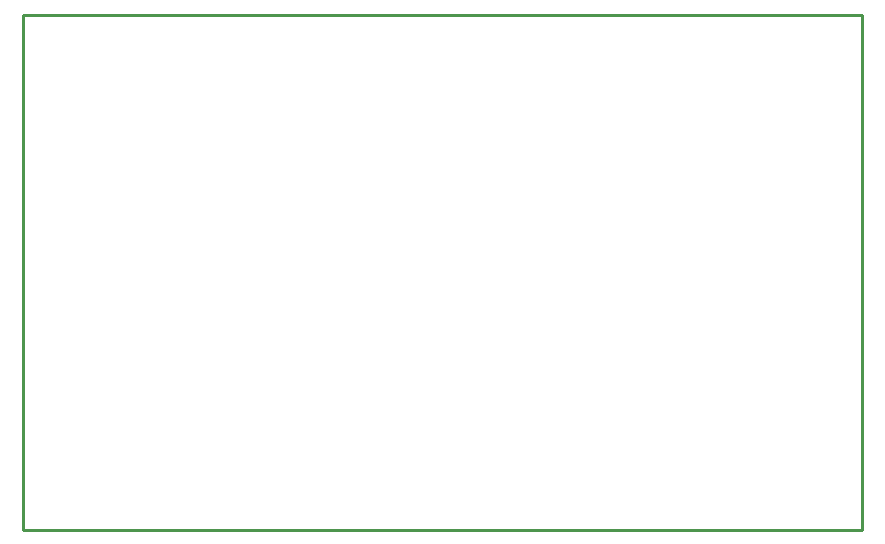
<source format=gbr>
G04 EAGLE Gerber RS-274X export*
G75*
%MOMM*%
%FSLAX34Y34*%
%LPD*%
%IN*%
%IPPOS*%
%AMOC8*
5,1,8,0,0,1.08239X$1,22.5*%
G01*
%ADD10C,0.254000*%


D10*
X0Y0D02*
X711000Y0D01*
X711000Y436000D01*
X0Y436000D01*
X0Y0D01*
M02*

</source>
